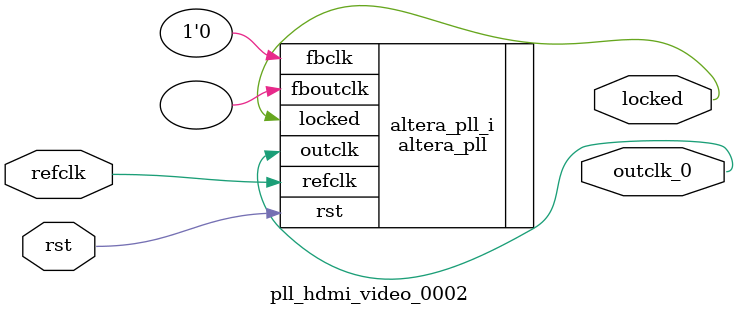
<source format=v>
`timescale 1ns/10ps
module  pll_hdmi_video_0002(

	// interface 'refclk'
	input wire refclk,

	// interface 'reset'
	input wire rst,

	// interface 'outclk0'
	output wire outclk_0,

	// interface 'locked'
	output wire locked
);

	altera_pll #(
		.fractional_vco_multiplier("true"),
		.reference_clock_frequency("50.0 MHz"),
		.operation_mode("direct"),
		.number_of_clocks(1),
		.output_clock_frequency0("74.250000 MHz"),
		.phase_shift0("0 ps"),
		.duty_cycle0(50),
		.output_clock_frequency1("0 MHz"),
		.phase_shift1("0 ps"),
		.duty_cycle1(50),
		.output_clock_frequency2("0 MHz"),
		.phase_shift2("0 ps"),
		.duty_cycle2(50),
		.output_clock_frequency3("0 MHz"),
		.phase_shift3("0 ps"),
		.duty_cycle3(50),
		.output_clock_frequency4("0 MHz"),
		.phase_shift4("0 ps"),
		.duty_cycle4(50),
		.output_clock_frequency5("0 MHz"),
		.phase_shift5("0 ps"),
		.duty_cycle5(50),
		.output_clock_frequency6("0 MHz"),
		.phase_shift6("0 ps"),
		.duty_cycle6(50),
		.output_clock_frequency7("0 MHz"),
		.phase_shift7("0 ps"),
		.duty_cycle7(50),
		.output_clock_frequency8("0 MHz"),
		.phase_shift8("0 ps"),
		.duty_cycle8(50),
		.output_clock_frequency9("0 MHz"),
		.phase_shift9("0 ps"),
		.duty_cycle9(50),
		.output_clock_frequency10("0 MHz"),
		.phase_shift10("0 ps"),
		.duty_cycle10(50),
		.output_clock_frequency11("0 MHz"),
		.phase_shift11("0 ps"),
		.duty_cycle11(50),
		.output_clock_frequency12("0 MHz"),
		.phase_shift12("0 ps"),
		.duty_cycle12(50),
		.output_clock_frequency13("0 MHz"),
		.phase_shift13("0 ps"),
		.duty_cycle13(50),
		.output_clock_frequency14("0 MHz"),
		.phase_shift14("0 ps"),
		.duty_cycle14(50),
		.output_clock_frequency15("0 MHz"),
		.phase_shift15("0 ps"),
		.duty_cycle15(50),
		.output_clock_frequency16("0 MHz"),
		.phase_shift16("0 ps"),
		.duty_cycle16(50),
		.output_clock_frequency17("0 MHz"),
		.phase_shift17("0 ps"),
		.duty_cycle17(50),
		.pll_type("General"),
		.pll_subtype("General")
	) altera_pll_i (
		.rst	(rst),
		.outclk	({outclk_0}),
		.locked	(locked),
		.fboutclk	( ),
		.fbclk	(1'b0),
		.refclk	(refclk)
	);
endmodule


</source>
